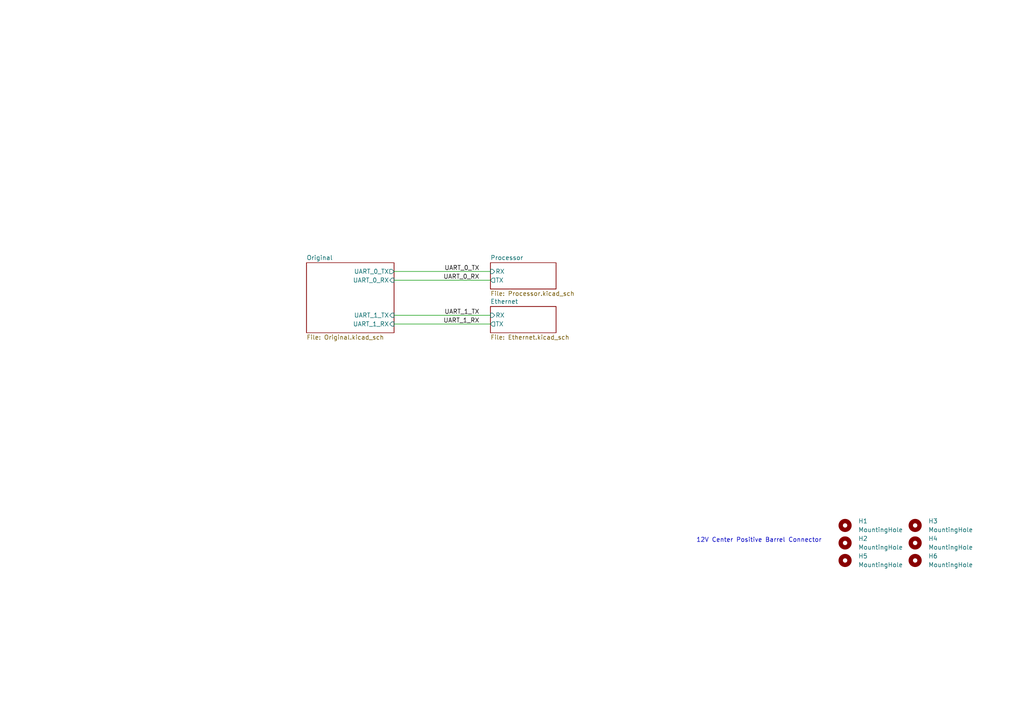
<source format=kicad_sch>
(kicad_sch (version 20211123) (generator eeschema)
  (paper "A4")
  (title_block (title "Cute Thing") (date "2021-08-20") (rev "A") (company "ATHome") (comment 1 "Somewhere") (comment 2 "Tinseltown"))
  (lib_symbols
    (symbol "Mechanical:MountingHole" (pin_names (offset 1.016))
      (property "Reference" "H" (at 0 5.08 0))
      (property "Value" "MountingHole" (at 0 3.175 0))
      (symbol "MountingHole_0_1"
        (circle (center 0 0) (radius 1.27) (stroke (width 1.27)))
      )
    )
  )
  (wire (pts (xy 114.3 81.28) (xy 142.24 81.28)))
  (wire (pts (xy 114.3 91.44) (xy 142.24 91.44)))
  (wire (pts (xy 114.3 78.74) (xy 142.24 78.74)))
  (wire (pts (xy 114.3 93.98) (xy 142.24 93.98)))
  (text "12V Center Positive Barrel Connector" (at 201.93 157.48 0) (effects (font (size 1.27 1.27)) (justify left bottom)))
  (label "UART_0_TX" (at 139.065 78.74 180))
  (label "UART_1_TX" (at 139.065 91.44 180))
  (label "UART_0_RX" (at 139.065 81.28 180))
  (label "UART_1_RX" (at 139.065 93.98 180))
  (symbol (lib_id "Mechanical:MountingHole") (at 245.11 162.56 0) (unit 1)
    (property "Reference" "H5" (at 248.92 161.2899 0) (effects (justify left)))
    (property "Value" "MountingHole" (at 248.92 163.8299 0) (effects (justify left)))
    (property "Footprint" "MountingHole:MountingHole_3.2mm_M3_DIN965_Pad_TopBottom" (effects hide))
  )
  (symbol (lib_id "Mechanical:MountingHole") (at 245.11 157.48 0) (unit 1)
    (property "Reference" "H2" (at 248.92 156.2099 0) (effects (justify left)))
    (property "Value" "MountingHole" (at 248.92 158.7499 0) (effects (justify left)))
    (property "Footprint" "MountingHole:MountingHole_3.2mm_M3_DIN965_Pad_TopBottom" (effects hide))
  )
  (symbol (lib_id "Mechanical:MountingHole") (at 265.43 152.4 0) (unit 1)
    (property "Reference" "H3" (at 269.24 151.1299 0) (effects (justify left)))
    (property "Value" "MountingHole" (at 269.24 153.6699 0) (effects (justify left)))
    (property "Footprint" "MountingHole:MountingHole_3.2mm_M3_DIN965_Pad_TopBottom" (effects hide))
  )
  (symbol (lib_id "Mechanical:MountingHole") (at 265.43 157.48 0) (unit 1)
    (property "Reference" "H4" (at 269.24 156.2099 0) (effects (justify left)))
    (property "Value" "MountingHole" (at 269.24 158.7499 0) (effects (justify left)))
    (property "Footprint" "MountingHole:MountingHole_3.2mm_M3_DIN965_Pad_TopBottom" (effects hide))
  )
  (symbol (lib_id "Mechanical:MountingHole") (at 265.43 162.56 0) (unit 1)
    (property "Reference" "H6" (at 269.24 161.2899 0) (effects (justify left)))
    (property "Value" "MountingHole" (at 269.24 163.8299 0) (effects (justify left)))
    (property "Footprint" "MountingHole:MountingHole_3.2mm_M3_DIN965_Pad_TopBottom" (effects hide))
  )
  (symbol (lib_id "Mechanical:MountingHole") (at 245.11 152.4 0) (unit 1)
    (property "Reference" "H1" (at 248.92 151.1299 0) (effects (justify left)))
    (property "Value" "MountingHole" (at 248.92 153.6699 0) (effects (justify left)))
    (property "Footprint" "MountingHole:MountingHole_3.2mm_M3_DIN965_Pad_TopBottom" (effects hide))
  )
  (sheet (at 88.9 76.2) (size 25.4 20.32) (stroke (width 0.1524))
    (property "Sheet name" "Original" (at 88.9 75.4884 0) (effects (justify left bottom)))
    (property "Sheet file" "Original.kicad_sch" (at 88.9 97.1046 0) (effects (justify left top)))
    (pin "UART_1_TX" input (at 114.3 91.44 0))
    (pin "UART_1_RX" input (at 114.3 93.98 0))
    (pin "UART_0_RX" input (at 114.3 81.28 0))
    (pin "UART_0_TX" output (at 114.3 78.74 0))
  )
  (sheet (at 142.24 76.2) (size 19.05 7.62) (stroke (width 0.1524))
    (property "Sheet name" "Processor" (at 142.24 75.4884 0) (effects (justify left bottom)))
    (property "Sheet file" "Processor.kicad_sch" (at 142.24 84.4046 0) (effects (justify left top)))
    (pin "RX" input (at 142.24 78.74 180))
    (pin "TX" output (at 142.24 81.28 180))
  )
  (sheet (at 142.24 88.9) (size 19.05 7.62) (stroke (width 0.1524))
    (property "Sheet name" "Ethernet" (at 142.24 88.1884 0) (effects (justify left bottom)))
    (property "Sheet file" "Ethernet.kicad_sch" (at 142.24 97.1046 0) (effects (justify left top)))
    (pin "TX" output (at 142.24 93.98 180))
    (pin "RX" input (at 142.24 91.44 180))
  )
)
</source>
